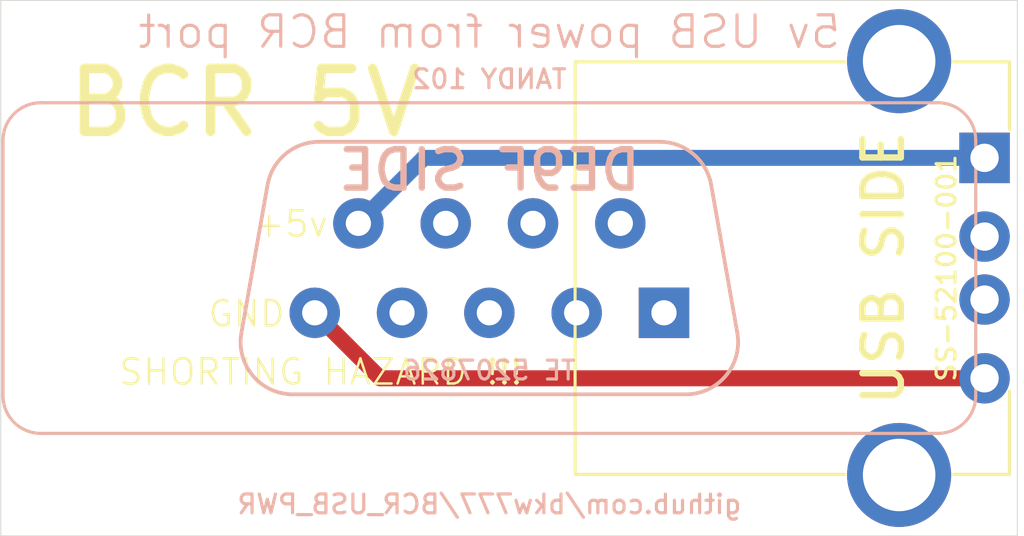
<source format=kicad_pcb>
(kicad_pcb (version 20171130) (host pcbnew 5.1.5-52549c5~84~ubuntu19.04.1)

  (general
    (thickness 1.6)
    (drawings 17)
    (tracks 4)
    (zones 0)
    (modules 2)
    (nets 4)
  )

  (page A4)
  (layers
    (0 F.Cu signal)
    (31 B.Cu signal)
    (32 B.Adhes user)
    (33 F.Adhes user)
    (34 B.Paste user)
    (35 F.Paste user)
    (36 B.SilkS user)
    (37 F.SilkS user)
    (38 B.Mask user)
    (39 F.Mask user)
    (40 Dwgs.User user hide)
    (41 Cmts.User user hide)
    (42 Eco1.User user hide)
    (43 Eco2.User user hide)
    (44 Edge.Cuts user)
    (45 Margin user hide)
    (46 B.CrtYd user hide)
    (47 F.CrtYd user hide)
    (48 B.Fab user hide)
    (49 F.Fab user hide)
  )

  (setup
    (last_trace_width 0.25)
    (user_trace_width 0.508)
    (trace_clearance 0.2)
    (zone_clearance 0.508)
    (zone_45_only no)
    (trace_min 0.2)
    (via_size 0.8)
    (via_drill 0.4)
    (via_min_size 0.4)
    (via_min_drill 0.3)
    (user_via 0.508 0.3048)
    (uvia_size 0.3)
    (uvia_drill 0.1)
    (uvias_allowed no)
    (uvia_min_size 0.2)
    (uvia_min_drill 0.1)
    (edge_width 0.05)
    (segment_width 0.2)
    (pcb_text_width 0.3)
    (pcb_text_size 1.5 1.5)
    (mod_edge_width 0.1016)
    (mod_text_size 1 1)
    (mod_text_width 0.15)
    (pad_size 1.524 1.524)
    (pad_drill 0.762)
    (pad_to_mask_clearance 0)
    (aux_axis_origin 0 0)
    (grid_origin 127 95.758)
    (visible_elements FFFFFF7F)
    (pcbplotparams
      (layerselection 0x010fc_ffffffff)
      (usegerberextensions false)
      (usegerberattributes false)
      (usegerberadvancedattributes false)
      (creategerberjobfile false)
      (excludeedgelayer true)
      (linewidth 0.100000)
      (plotframeref false)
      (viasonmask false)
      (mode 1)
      (useauxorigin false)
      (hpglpennumber 1)
      (hpglpenspeed 20)
      (hpglpendiameter 15.000000)
      (psnegative false)
      (psa4output false)
      (plotreference true)
      (plotvalue true)
      (plotinvisibletext false)
      (padsonsilk false)
      (subtractmaskfromsilk false)
      (outputformat 1)
      (mirror false)
      (drillshape 1)
      (scaleselection 1)
      (outputdirectory ""))
  )

  (net 0 "")
  (net 1 /+5V)
  (net 2 /GND)
  (net 3 "Net-(CN2-PadSH)")

  (net_class Default "This is the default net class."
    (clearance 0.2)
    (trace_width 0.25)
    (via_dia 0.8)
    (via_drill 0.4)
    (uvia_dia 0.3)
    (uvia_drill 0.1)
    (add_net /+5V)
    (add_net /GND)
    (add_net "Net-(CN2-PadSH)")
  )

  (module 0_LOCAL:TE-5207826 (layer B.Cu) (tedit 5F103B7F) (tstamp 5F0FF5C2)
    (at 132.54 97.178)
    (descr "9-pin D-Sub connector, straight/vertical, THT-mount, female, pitch 2.77x2.84mm, distance of mounting holes 25mm, see https://disti-assets.s3.amazonaws.com/tonar/files/datasheets/16730.pdf")
    (tags "9-pin D-Sub connector straight vertical THT female pitch 2.77x2.84mm mounting holes distance 25mm")
    (path /5F0C8236)
    (fp_text reference CN1 (at -5.5372 1.7018 -180) (layer B.SilkS) hide
      (effects (font (size 1 1) (thickness 0.15)) (justify mirror))
    )
    (fp_text value DB9_Female (at -5.54 -4.53 -180) (layer B.Fab)
      (effects (font (size 1 1) (thickness 0.15)) (justify mirror))
    )
    (fp_arc (start -19.77 2.63) (end -19.77 3.83) (angle 90) (layer B.SilkS) (width 0.1))
    (fp_arc (start -19.77 -5.47) (end -20.97 -5.47) (angle 90) (layer B.SilkS) (width 0.1))
    (fp_arc (start 8.69 -5.47) (end 8.69 -6.67) (angle 90) (layer B.SilkS) (width 0.1))
    (fp_arc (start 8.69 2.63) (end 9.89 2.63) (angle 90) (layer B.SilkS) (width 0.1))
    (fp_line (start 9.89 -5.47) (end 9.89 2.63) (layer B.SilkS) (width 0.1))
    (fp_line (start -19.77 -6.67) (end 8.69 -6.67) (layer B.SilkS) (width 0.1))
    (fp_line (start -19.77 3.83) (end 8.69 3.83) (layer B.SilkS) (width 0.1))
    (fp_text user %R (at -5.54 -1.42 -180) (layer B.Fab)
      (effects (font (size 1 1) (thickness 0.15)) (justify mirror))
    )
    (fp_line (start 9.96 3.91) (end -21.04 3.91) (layer B.CrtYd) (width 0.05))
    (fp_line (start 9.96 -6.74) (end 9.96 3.91) (layer B.CrtYd) (width 0.05))
    (fp_line (start -21.04 -6.74) (end 9.96 -6.74) (layer B.CrtYd) (width 0.05))
    (fp_line (start -21.04 3.91) (end -21.04 -6.74) (layer B.CrtYd) (width 0.05))
    (fp_line (start -13.40647 0.641744) (end -12.577733 -4.058256) (layer B.SilkS) (width 0.12))
    (fp_line (start 2.32647 0.641744) (end 1.497733 -4.058256) (layer B.SilkS) (width 0.12))
    (fp_line (start -10.942952 -5.43) (end -0.137048 -5.43) (layer B.SilkS) (width 0.12))
    (fp_line (start -11.771689 2.59) (end 0.691689 2.59) (layer B.SilkS) (width 0.12))
    (fp_line (start -13.358887 0.652163) (end -12.53015 -4.047837) (layer B.Fab) (width 0.1))
    (fp_line (start 2.278887 0.652163) (end 1.45015 -4.047837) (layer B.Fab) (width 0.1))
    (fp_line (start -10.954457 -5.37) (end -0.125543 -5.37) (layer B.Fab) (width 0.1))
    (fp_line (start -11.783194 2.53) (end 0.703194 2.53) (layer B.Fab) (width 0.1))
    (fp_line (start -20.97 -5.47) (end -20.97 2.63) (layer B.SilkS) (width 0.1))
    (fp_arc (start -0.137048 -3.77) (end -0.137048 -5.43) (angle 80) (layer B.SilkS) (width 0.12))
    (fp_arc (start -10.942952 -3.77) (end -10.942952 -5.43) (angle -80) (layer B.SilkS) (width 0.12))
    (fp_arc (start 0.691689 0.93) (end 0.691689 2.59) (angle -100) (layer B.SilkS) (width 0.12))
    (fp_arc (start -11.771689 0.93) (end -11.771689 2.59) (angle 100) (layer B.SilkS) (width 0.12))
    (fp_arc (start -0.125543 -3.77) (end -0.125543 -5.37) (angle 80) (layer B.Fab) (width 0.1))
    (fp_arc (start -10.954457 -3.77) (end -10.954457 -5.37) (angle -80) (layer B.Fab) (width 0.1))
    (fp_arc (start 0.703194 0.93) (end 0.703194 2.53) (angle -100) (layer B.Fab) (width 0.1))
    (fp_arc (start -11.783194 0.93) (end -11.783194 2.53) (angle 100) (layer B.Fab) (width 0.1))
    (fp_line (start -5.54 -0.82) (end -5.54 -2.02) (layer Dwgs.User) (width 0.01))
    (fp_line (start -6.54 -1.42) (end -4.54 -1.42) (layer Dwgs.User) (width 0.01))
    (pad 9 thru_hole circle (at -9.695 -2.84) (size 1.6 1.6) (drill 0.8) (layers *.Cu *.Mask)
      (net 1 /+5V))
    (pad 8 thru_hole circle (at -6.925 -2.84) (size 1.6 1.6) (drill 0.8) (layers *.Cu *.Mask))
    (pad 7 thru_hole circle (at -4.155 -2.84) (size 1.6 1.6) (drill 0.8) (layers *.Cu *.Mask))
    (pad 6 thru_hole circle (at -1.385 -2.84) (size 1.6 1.6) (drill 0.8) (layers *.Cu *.Mask))
    (pad 5 thru_hole circle (at -11.08 0) (size 1.6 1.6) (drill 0.8) (layers *.Cu *.Mask)
      (net 2 /GND))
    (pad 4 thru_hole circle (at -8.31 0) (size 1.6 1.6) (drill 0.8) (layers *.Cu *.Mask))
    (pad 3 thru_hole circle (at -5.54 0) (size 1.6 1.6) (drill 0.8) (layers *.Cu *.Mask))
    (pad 2 thru_hole circle (at -2.77 0) (size 1.6 1.6) (drill 0.8) (layers *.Cu *.Mask))
    (pad 1 thru_hole rect (at 0 0) (size 1.6 1.6) (drill 0.8) (layers *.Cu *.Mask))
    (model ${KIPRJMOD}/3dmodels/DE9F.step
      (offset (xyz -5.528 -1.42 12.2))
      (scale (xyz 1 1 1))
      (rotate (xyz 0 0 0))
    )
  )

  (module 0_LOCAL:USB_A_Female_UE27AC54100 (layer F.Cu) (tedit 5F0EB760) (tstamp 5F0C1E7E)
    (at 140 95.758 270)
    (path /5F0C3585)
    (fp_text reference CN2 (at 0 -0.889 270 unlocked) (layer F.SilkS) hide
      (effects (font (size 1 1) (thickness 0.15)))
    )
    (fp_text value UE27AC54100 (at 0 11.35 270) (layer F.Fab)
      (effects (font (size 1 1) (thickness 0.15)))
    )
    (fp_line (start -6.55 -3.5) (end -4.4 -3.5) (layer F.SilkS) (width 0.1))
    (fp_line (start 6.55 1.725) (end 6.55 10.28) (layer F.SilkS) (width 0.1))
    (fp_line (start -6.55 1.725) (end -6.55 10.28) (layer F.SilkS) (width 0.1))
    (fp_line (start -6.55 -3.5) (end -6.55 -1.725) (layer F.SilkS) (width 0.1))
    (fp_line (start -6.55 -3.5) (end 6.55 -3.5) (layer F.Fab) (width 0.1))
    (fp_line (start 6.55 -3.5) (end 6.55 10.28) (layer F.Fab) (width 0.1))
    (fp_line (start -6.55 -3.5) (end -6.55 10.28) (layer F.Fab) (width 0.1))
    (fp_line (start -6.55 10.28) (end 6.55 10.28) (layer F.Fab) (width 0.1))
    (fp_line (start 3.9 -3.5) (end 6.55 -3.5) (layer F.SilkS) (width 0.1))
    (fp_line (start 6.55 -3.5) (end 6.55 -1.725) (layer F.SilkS) (width 0.1))
    (fp_line (start 6.55 10.28) (end -6.55 10.28) (layer F.SilkS) (width 0.1))
    (fp_line (start -8.45 -3.94) (end 8.45 -3.94) (layer F.CrtYd) (width 0.05))
    (fp_line (start 8.45 -3.94) (end 8.45 10.375) (layer F.CrtYd) (width 0.05))
    (fp_line (start -8.45 -3.94) (end -8.45 10.375) (layer F.CrtYd) (width 0.05))
    (fp_line (start -8.45 10.375) (end 8.45 10.375) (layer F.CrtYd) (width 0.05))
    (fp_text user %R (at -0.025 0.975 270) (layer F.Fab)
      (effects (font (size 1 1) (thickness 0.15)))
    )
    (pad 4 thru_hole circle (at 3.5 -2.71 270) (size 1.6 1.6) (drill 0.9) (layers *.Cu *.Mask)
      (net 2 /GND))
    (pad 3 thru_hole circle (at 1 -2.71 270) (size 1.6 1.6) (drill 0.9) (layers *.Cu *.Mask))
    (pad 2 thru_hole circle (at -1 -2.71 270) (size 1.6 1.6) (drill 0.9) (layers *.Cu *.Mask))
    (pad 1 thru_hole rect (at -3.5 -2.71 270) (size 1.6 1.6) (drill 0.9) (layers *.Cu *.Mask)
      (net 1 /+5V))
    (pad SH thru_hole circle (at 6.57 0 270) (size 3.3 3.3) (drill 2.3) (layers *.Cu *.Mask)
      (net 3 "Net-(CN2-PadSH)"))
    (pad SH thru_hole circle (at -6.57 0 270) (size 3.3 3.3) (drill 2.3) (layers *.Cu *.Mask)
      (net 3 "Net-(CN2-PadSH)"))
    (model ${KIPRJMOD}/3dmodels/USB-A_female_horiz_thru.step
      (offset (xyz 0 3.5 6.9))
      (scale (xyz 1 1 1))
      (rotate (xyz 0 0 0))
    )
  )

  (gr_text "SHORTING HAZARD !!!" (at 121.65 99.058) (layer F.SilkS) (tstamp 5F10491C)
    (effects (font (size 0.8 0.8) (thickness 0.08)))
  )
  (gr_text GND (at 119.3 97.208) (layer F.SilkS) (tstamp 5F104891)
    (effects (font (size 0.8 0.8) (thickness 0.08)))
  )
  (gr_text +5v (at 120.7 94.358) (layer F.SilkS)
    (effects (font (size 0.8 0.8) (thickness 0.08)))
  )
  (gr_text "TE 5207826" (at 127 99.008) (layer B.SilkS) (tstamp 5F0FB6BF)
    (effects (font (size 0.6 0.6) (thickness 0.1)) (justify mirror))
  )
  (gr_text SS-52100-001 (at 141.5 95.758 90) (layer F.SilkS) (tstamp 5F0FB5FB)
    (effects (font (size 0.6 0.6) (thickness 0.1)))
  )
  (gr_text github.com/bkw777/BCR_USB_PWR (at 127 103.258) (layer B.SilkS) (tstamp 5F0FA981)
    (effects (font (size 0.6 0.6) (thickness 0.1)) (justify mirror))
  )
  (gr_text "TANDY 102" (at 127 89.758) (layer B.SilkS) (tstamp 5F0FA697)
    (effects (font (size 0.6 0.6) (thickness 0.1)) (justify mirror))
  )
  (gr_text "5v USB power from BCR port" (at 127 88.258) (layer B.SilkS)
    (effects (font (size 1 1) (thickness 0.1)) (justify mirror))
  )
  (gr_line (start 114.3 87.376) (end 139.7 104.14) (layer Dwgs.User) (width 0.0254))
  (gr_line (start 114.3 104.14) (end 139.7 87.376) (layer Dwgs.User) (width 0.0254))
  (gr_text "BCR 5V" (at 119.25 90.508) (layer F.SilkS)
    (effects (font (size 2 2) (thickness 0.3)))
  )
  (gr_text "DE9F SIDE" (at 127.00508 92.64904) (layer B.SilkS)
    (effects (font (size 1.2192 1.2192) (thickness 0.2032)) (justify mirror))
  )
  (gr_text "USB SIDE" (at 139.5 95.758 90) (layer F.SilkS)
    (effects (font (size 1.2192 1.2192) (thickness 0.2032)))
  )
  (gr_line (start 111.5 87.258) (end 111.5 104.258) (layer Edge.Cuts) (width 0.0254))
  (gr_line (start 143.75 87.258) (end 111.5 87.258) (layer Edge.Cuts) (width 0.0254))
  (gr_line (start 143.75 104.258) (end 143.75 87.258) (layer Edge.Cuts) (width 0.0254) (tstamp 5F0FF7D7))
  (gr_line (start 111.5 104.258) (end 143.75 104.258) (layer Edge.Cuts) (width 0.0254))

  (segment (start 124.925 92.258) (end 122.845 94.338) (width 0.508) (layer B.Cu) (net 1))
  (segment (start 142.71 92.258) (end 124.925 92.258) (width 0.508) (layer B.Cu) (net 1))
  (segment (start 123.54 99.258) (end 121.46 97.178) (width 0.508) (layer F.Cu) (net 2))
  (segment (start 142.71 99.258) (end 123.54 99.258) (width 0.508) (layer F.Cu) (net 2))

)

</source>
